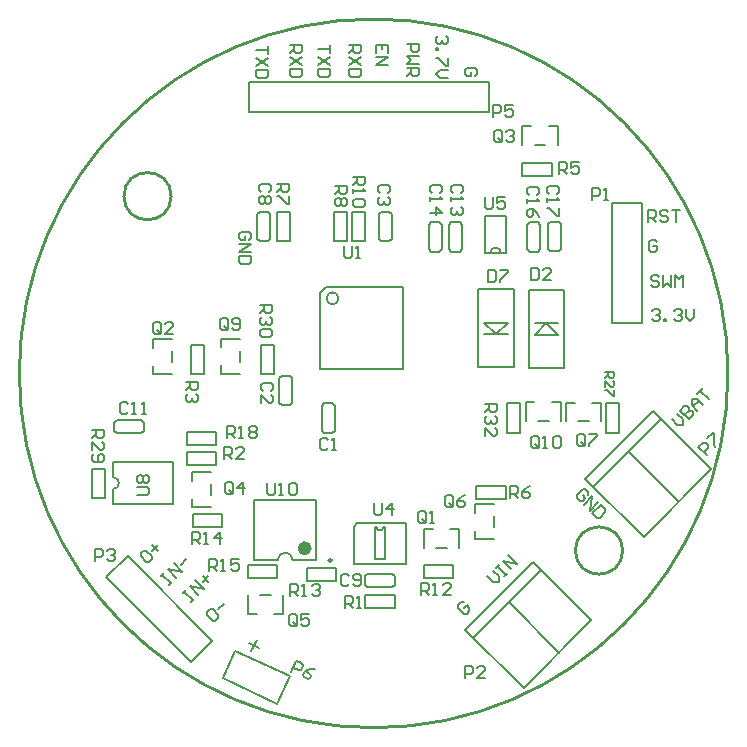
<source format=gto>
%FSLAX25Y25*%
%MOIN*%
G70*
G01*
G75*
%ADD10R,0.03937X0.02362*%
%ADD11R,0.03347X0.02756*%
%ADD12R,0.02362X0.03937*%
%ADD13R,0.07874X0.07874*%
%ADD14R,0.02756X0.03347*%
%ADD15O,0.02500X0.05500*%
%ADD16R,0.02500X0.05500*%
%ADD17O,0.03543X0.01969*%
%ADD18R,0.03543X0.01969*%
%ADD19O,0.03543X0.01969*%
%ADD20R,0.04724X0.01969*%
%ADD21O,0.00984X0.04724*%
%ADD22O,0.04724X0.00984*%
%ADD23O,0.04724X0.01772*%
%ADD24O,0.01772X0.04724*%
%ADD25R,0.04724X0.01772*%
%ADD26C,0.06000*%
%ADD27C,0.01000*%
%ADD28C,0.00800*%
%ADD29C,0.05000*%
%ADD30C,0.03000*%
%ADD31C,0.01500*%
%ADD32C,0.02000*%
%ADD33C,0.01200*%
%ADD34C,0.05906*%
%ADD35R,0.05906X0.05906*%
%ADD36P,0.08352X4X200.0*%
%ADD37C,0.06000*%
G04:AMPARAMS|DCode=38|XSize=78.74mil|YSize=118.11mil|CornerRadius=0mil|HoleSize=0mil|Usage=FLASHONLY|Rotation=45.000|XOffset=0mil|YOffset=0mil|HoleType=Round|Shape=Rectangle|*
%AMROTATEDRECTD38*
4,1,4,0.01392,-0.06960,-0.06960,0.01392,-0.01392,0.06960,0.06960,-0.01392,0.01392,-0.06960,0.0*
%
%ADD38ROTATEDRECTD38*%

G04:AMPARAMS|DCode=39|XSize=78.74mil|YSize=118.11mil|CornerRadius=0mil|HoleSize=0mil|Usage=FLASHONLY|Rotation=45.000|XOffset=0mil|YOffset=0mil|HoleType=Round|Shape=Round|*
%AMOVALD39*
21,1,0.03937,0.07874,0.00000,0.00000,135.0*
1,1,0.07874,0.01392,-0.01392*
1,1,0.07874,-0.01392,0.01392*
%
%ADD39OVALD39*%

%ADD40R,0.05906X0.05906*%
%ADD41P,0.08352X4X180.0*%
%ADD42C,0.05000*%
%ADD43C,0.02000*%
%ADD44C,0.04000*%
%ADD45C,0.03000*%
%ADD46C,0.02362*%
%ADD47C,0.00984*%
%ADD48C,0.00787*%
%ADD49C,0.00500*%
D27*
X118110Y0D02*
G03*
X118110Y0I-118110J0D01*
G01*
X-67500Y59055D02*
G03*
X-67500Y59055I-7874J0D01*
G01*
X83000Y-59055D02*
G03*
X83000Y-59055I-7874J0D01*
G01*
D28*
X919Y-51188D02*
G03*
X3281Y-51188I1181J0D01*
G01*
X3700Y-61818D02*
Y-51188D01*
X400Y-61818D02*
X3700D01*
X400D02*
Y-51188D01*
X10762Y-63393D02*
Y-50007D01*
X-6561Y-63393D02*
X10762D01*
X-6561D02*
Y-51188D01*
X-5380Y-50007D01*
X10762D01*
X3281Y-51188D02*
X3700D01*
X400D02*
X919D01*
D46*
X-21823Y-58302D02*
G03*
X-21823Y-58302I-1181J0D01*
G01*
D47*
X-14008Y-62318D02*
G03*
X-14008Y-62318I-492J0D01*
G01*
D48*
X-27000Y-62239D02*
G03*
X-32000Y-62239I-2500J0D01*
G01*
X-41500Y97200D02*
X38500D01*
X-41500Y87200D02*
Y97200D01*
Y87200D02*
X38500D01*
Y97200D01*
X-39933Y-42161D02*
X-19067D01*
X-39933Y-62239D02*
X-32000D01*
X-27000D02*
X-19067D01*
X-39933D02*
Y-42161D01*
X-19067Y-62239D02*
Y-42161D01*
X-50308Y-101592D02*
X-32182Y-110045D01*
X-27955Y-100982D01*
X-46082Y-92529D02*
X-27955Y-100982D01*
X-50308Y-101592D02*
X-46082Y-92529D01*
X79500Y56800D02*
X89500D01*
Y16800D02*
Y56800D01*
X79500Y16800D02*
Y56800D01*
Y16800D02*
X89500D01*
X-89084Y-67887D02*
X-82013Y-60816D01*
X-53729Y-89100D01*
X-89084Y-67887D02*
X-60800Y-96171D01*
X-53729Y-89100D01*
D49*
X-86900Y-38581D02*
G03*
X-86900Y-34581I0J2000D01*
G01*
X42466Y40138D02*
G03*
X38923Y40138I-1772J0D01*
G01*
X-11700Y25000D02*
G03*
X-11700Y25000I-2000J0D01*
G01*
X-73599Y-334D02*
X-67300D01*
X-73599Y11477D02*
X-67300D01*
Y3800D02*
Y7343D01*
X-73599Y-334D02*
Y2619D01*
Y8524D02*
Y11477D01*
X44435Y-19874D02*
X48765D01*
X44435Y-10031D02*
X48765D01*
X44435Y-19874D02*
Y-10031D01*
X48765Y-19874D02*
Y-10031D01*
X50631Y-15900D02*
Y-9601D01*
X62442Y-15900D02*
Y-9601D01*
X54765Y-15900D02*
X58309D01*
X50631Y-9601D02*
X53584D01*
X59490D02*
X62442D01*
X-37697Y-239D02*
X-33366D01*
X-37697Y9603D02*
X-33366D01*
X-37697Y-239D02*
Y9603D01*
X-33366Y-239D02*
Y9603D01*
X-50999Y-234D02*
X-44700D01*
X-50999Y11577D02*
X-44700D01*
Y3900D02*
Y7443D01*
X-50999Y-234D02*
Y2719D01*
Y8624D02*
Y11577D01*
X64031Y-16032D02*
Y-9732D01*
X75842Y-16032D02*
Y-9732D01*
X68165Y-16032D02*
X71709D01*
X64031Y-9732D02*
X66984D01*
X72890D02*
X75842D01*
X51695Y1882D02*
X63506D01*
Y27866D01*
X51695D02*
X63506D01*
X51695Y1882D02*
Y27866D01*
X53663Y12905D02*
X61537D01*
X53663Y16842D02*
X61537D01*
X53663Y12905D02*
X57600Y16842D01*
X61537Y12905D01*
X34894Y27961D02*
X46705D01*
X34894Y1976D02*
Y27961D01*
Y1976D02*
X46705D01*
Y27961D01*
X36863Y16937D02*
X44737D01*
X36863Y13000D02*
X44737D01*
X40800D02*
X44737Y16937D01*
X36863D02*
X40800Y13000D01*
X33832Y-55369D02*
X40132D01*
X33832Y-43558D02*
X40132D01*
Y-51235D02*
Y-47691D01*
X33832Y-55369D02*
Y-52416D01*
Y-46510D02*
Y-43558D01*
X6187Y-66835D02*
X6974Y-67622D01*
X6187Y-71165D02*
X6974Y-70378D01*
X-2868D02*
X-2081Y-71165D01*
X-2868Y-67622D02*
X-2081Y-66835D01*
X6187D01*
X-2868Y-70378D02*
Y-67622D01*
X6974Y-70378D02*
Y-67622D01*
X-2081Y-71165D02*
X6187D01*
X-7200Y44026D02*
X-2869D01*
X-7200Y53869D02*
X-2869D01*
X-7200Y44026D02*
Y53869D01*
X-2869Y44026D02*
Y53869D01*
X7074Y-78265D02*
Y-73935D01*
X-2768Y-78265D02*
Y-73935D01*
Y-78265D02*
X7074D01*
X-2768Y-73935D02*
X7074D01*
X-13100Y53874D02*
X-8769D01*
X-13100Y44032D02*
X-8769D01*
Y53874D01*
X-13100Y44032D02*
Y53874D01*
X34226Y-41865D02*
Y-37535D01*
X44069Y-41865D02*
Y-37535D01*
X34226D02*
X44069D01*
X34226Y-41865D02*
X44069D01*
X-93765Y-41574D02*
X-89435D01*
X-93765Y-31732D02*
X-89435D01*
X-93765Y-41574D02*
Y-31732D01*
X-89435Y-41574D02*
Y-31732D01*
X-77413Y-15635D02*
X-76626Y-16422D01*
X-77413Y-19965D02*
X-76626Y-19178D01*
X-86468D02*
X-85681Y-19965D01*
X-86468Y-16422D02*
X-85681Y-15635D01*
X-77413D01*
X-86468Y-19178D02*
Y-16422D01*
X-76626Y-19178D02*
Y-16422D01*
X-85681Y-19965D02*
X-77413D01*
X-86900Y-43581D02*
X-66900D01*
X-86900Y-29581D02*
X-66900D01*
Y-43581D02*
Y-29581D01*
X-86900Y-43581D02*
Y-38581D01*
Y-34581D02*
Y-29581D01*
X-52426Y-23865D02*
Y-19535D01*
X-62269Y-23865D02*
Y-19535D01*
Y-23865D02*
X-52426D01*
X-62269Y-19535D02*
X-52426D01*
Y-30465D02*
Y-26135D01*
X-62269Y-30465D02*
Y-26135D01*
Y-30465D02*
X-52426D01*
X-62269Y-26135D02*
X-52426D01*
X-30132Y-80168D02*
Y-73869D01*
X-41943Y-80168D02*
Y-73869D01*
X-37809D02*
X-34265D01*
X-33084Y-80168D02*
X-30132D01*
X-41943D02*
X-38990D01*
X73259Y-37962D02*
X95894Y-15327D01*
X70475Y-35178D02*
X93110Y-12543D01*
X89962Y-54665D02*
X112598Y-32030D01*
X93110Y-12543D02*
X112598Y-32030D01*
X70475Y-35178D02*
X89962Y-54666D01*
X85146Y-26075D02*
X101849Y-42778D01*
X49526Y65935D02*
Y70265D01*
X59368Y65935D02*
Y70265D01*
X49526D02*
X59368D01*
X49526Y65935D02*
X59368D01*
X-27922Y-10674D02*
X-27135Y-9887D01*
X-31465D02*
X-30678Y-10674D01*
X-31465Y-1619D02*
X-30678Y-831D01*
X-27922D02*
X-27135Y-1619D01*
Y-9887D02*
Y-1619D01*
X-30678Y-831D02*
X-27922D01*
X-30678Y-10674D02*
X-27922D01*
X-31465Y-9887D02*
Y-1619D01*
X1687Y53087D02*
X2475Y53874D01*
X5231D02*
X6018Y53087D01*
X5231Y44032D02*
X6018Y44819D01*
X1687D02*
X2475Y44032D01*
X1687Y44819D02*
Y53087D01*
X2475Y44032D02*
X5231D01*
X2475Y53874D02*
X5231D01*
X6018Y44819D02*
Y53087D01*
X-38731Y53118D02*
X-37943Y53905D01*
X-35187D02*
X-34400Y53118D01*
X-35187Y44063D02*
X-34400Y44850D01*
X-38731D02*
X-37943Y44063D01*
X-38731Y44850D02*
Y53118D01*
X-37943Y44063D02*
X-35187D01*
X-37943Y53905D02*
X-35187D01*
X-34400Y44850D02*
Y53118D01*
X-32265Y53874D02*
X-27935D01*
X-32265Y44032D02*
X-27935D01*
Y53874D01*
X-32265Y44032D02*
Y53874D01*
X21878Y40526D02*
X22665Y41313D01*
X18335D02*
X19122Y40526D01*
X18335Y49581D02*
X19122Y50368D01*
X21878D02*
X22665Y49581D01*
Y41313D02*
Y49581D01*
X19122Y50368D02*
X21878D01*
X19122Y40526D02*
X21878D01*
X18335Y41313D02*
Y49581D01*
X25135Y49587D02*
X25922Y50374D01*
X28678D02*
X29465Y49587D01*
X28678Y40532D02*
X29465Y41319D01*
X25135D02*
X25922Y40532D01*
X25135Y41319D02*
Y49587D01*
X25922Y40532D02*
X28678D01*
X25922Y50374D02*
X28678D01*
X29465Y41319D02*
Y49587D01*
X44238Y40138D02*
Y52342D01*
X37151Y40138D02*
X44238D01*
X37151Y52342D02*
X44238D01*
X37151Y40138D02*
Y52342D01*
X54778Y40526D02*
X55565Y41313D01*
X51235D02*
X52022Y40526D01*
X51235Y49581D02*
X52022Y50368D01*
X54778D02*
X55565Y49581D01*
Y41313D02*
Y49581D01*
X52022Y50368D02*
X54778D01*
X52022Y40526D02*
X54778D01*
X51235Y41313D02*
Y49581D01*
X58135Y49687D02*
X58922Y50474D01*
X61678D02*
X62465Y49687D01*
X61678Y40631D02*
X62465Y41419D01*
X58135D02*
X58922Y40631D01*
X58135Y41419D02*
Y49687D01*
X58922Y40631D02*
X61678D01*
X58922Y50474D02*
X61678D01*
X62465Y41419D02*
Y49687D01*
X77535Y-10026D02*
X81865D01*
X77535Y-19869D02*
X81865D01*
Y-10026D01*
X77535Y-19869D02*
Y-10026D01*
X16732Y-58232D02*
Y-51932D01*
X28543Y-58232D02*
Y-51932D01*
X20865Y-58232D02*
X24409D01*
X16732Y-51932D02*
X19684D01*
X25590D02*
X28543D01*
X45146Y-76375D02*
X61849Y-93078D01*
X30475Y-85478D02*
X49962Y-104966D01*
X53110Y-62843D02*
X72597Y-82330D01*
X49962Y-104965D02*
X72597Y-82330D01*
X30475Y-85478D02*
X53110Y-62843D01*
X33259Y-88262D02*
X55894Y-65627D01*
X26574Y-68265D02*
Y-63935D01*
X16732Y-68265D02*
Y-63935D01*
Y-68265D02*
X26574D01*
X16732Y-63935D02*
X26574D01*
X-22374Y-69065D02*
Y-64735D01*
X-12531Y-69065D02*
Y-64735D01*
X-22374D02*
X-12531D01*
X-22374Y-69065D02*
X-12531D01*
X-41974Y-68265D02*
Y-63935D01*
X-32131Y-68265D02*
Y-63935D01*
X-41974D02*
X-32131D01*
X-41974Y-68265D02*
X-32131D01*
X-60274Y-51365D02*
Y-47035D01*
X-50432Y-51365D02*
Y-47035D01*
X-60274D02*
X-50432D01*
X-60274Y-51365D02*
X-50432D01*
X-60568Y-44668D02*
X-54268D01*
X-60568Y-32857D02*
X-54268D01*
Y-40535D02*
Y-36991D01*
X-60568Y-44668D02*
Y-41716D01*
Y-35810D02*
Y-32857D01*
X9796Y1362D02*
Y28921D01*
X-17763Y1362D02*
X9796D01*
X-17763D02*
Y26953D01*
X-17763Y26953D02*
X-15794Y28921D01*
X-15795D02*
X9796D01*
X49531Y76269D02*
Y82568D01*
X61343Y76269D02*
Y82568D01*
X53665Y76269D02*
X57209D01*
X49531Y82568D02*
X52484D01*
X58390D02*
X61343D01*
X-13822Y-19874D02*
X-13035Y-19087D01*
X-17365D02*
X-16578Y-19874D01*
X-17365Y-10819D02*
X-16578Y-10031D01*
X-13822D02*
X-13035Y-10819D01*
Y-19087D02*
Y-10819D01*
X-16578Y-10031D02*
X-13822D01*
X-16578Y-19874D02*
X-13822D01*
X-17365Y-19087D02*
Y-10819D01*
X-60897Y-239D02*
X-56566D01*
X-60897Y9603D02*
X-56566D01*
X-60897Y-239D02*
Y9603D01*
X-56566Y-239D02*
Y9603D01*
X-15334Y-22068D02*
X-16001Y-21401D01*
X-17334D01*
X-18000Y-22068D01*
Y-24734D01*
X-17334Y-25400D01*
X-16001D01*
X-15334Y-24734D01*
X-14001Y-25400D02*
X-12668D01*
X-13335D01*
Y-21401D01*
X-14001Y-22068D01*
X29032Y60134D02*
X29699Y60801D01*
Y62134D01*
X29032Y62800D01*
X26366D01*
X25700Y62134D01*
Y60801D01*
X26366Y60134D01*
X25700Y58801D02*
Y57468D01*
Y58135D01*
X29699D01*
X29032Y58801D01*
Y55469D02*
X29699Y54803D01*
Y53470D01*
X29032Y52803D01*
X28366D01*
X27699Y53470D01*
Y54136D01*
Y53470D01*
X27033Y52803D01*
X26366D01*
X25700Y53470D01*
Y54803D01*
X26366Y55469D01*
X61032Y59834D02*
X61699Y60501D01*
Y61834D01*
X61032Y62500D01*
X58366D01*
X57700Y61834D01*
Y60501D01*
X58366Y59834D01*
X57700Y58501D02*
Y57168D01*
Y57835D01*
X61699D01*
X61032Y58501D01*
X61699Y55169D02*
Y52503D01*
X61032D01*
X58366Y55169D01*
X57700D01*
X-34768Y60334D02*
X-34101Y61001D01*
Y62334D01*
X-34768Y63000D01*
X-37434D01*
X-38100Y62334D01*
Y61001D01*
X-37434Y60334D01*
X-34768Y59001D02*
X-34101Y58335D01*
Y57002D01*
X-34768Y56336D01*
X-35434D01*
X-36101Y57002D01*
X-36767Y56336D01*
X-37434D01*
X-38100Y57002D01*
Y58335D01*
X-37434Y59001D01*
X-36767D01*
X-36101Y58335D01*
X-35434Y59001D01*
X-34768D01*
X-36101Y58335D02*
Y57002D01*
X54432Y59434D02*
X55099Y60101D01*
Y61434D01*
X54432Y62100D01*
X51766D01*
X51100Y61434D01*
Y60101D01*
X51766Y59434D01*
X51100Y58101D02*
Y56768D01*
Y57435D01*
X55099D01*
X54432Y58101D01*
X55099Y52103D02*
X54432Y53436D01*
X53099Y54769D01*
X51766D01*
X51100Y54103D01*
Y52770D01*
X51766Y52103D01*
X52433D01*
X53099Y52770D01*
Y54769D01*
X22132Y60034D02*
X22799Y60701D01*
Y62034D01*
X22132Y62700D01*
X19466D01*
X18800Y62034D01*
Y60701D01*
X19466Y60034D01*
X18800Y58701D02*
Y57368D01*
Y58035D01*
X22799D01*
X22132Y58701D01*
X18800Y53370D02*
X22799D01*
X20799Y55369D01*
Y52703D01*
X-92800Y-62600D02*
Y-58601D01*
X-90801D01*
X-90134Y-59268D01*
Y-60601D01*
X-90801Y-61267D01*
X-92800D01*
X-88801Y-59268D02*
X-88135Y-58601D01*
X-86802D01*
X-86136Y-59268D01*
Y-59934D01*
X-86802Y-60601D01*
X-87468D01*
X-86802D01*
X-86136Y-61267D01*
Y-61934D01*
X-86802Y-62600D01*
X-88135D01*
X-88801Y-61934D01*
X-54900Y-65800D02*
Y-61801D01*
X-52901D01*
X-52234Y-62468D01*
Y-63801D01*
X-52901Y-64467D01*
X-54900D01*
X-53567D02*
X-52234Y-65800D01*
X-50901D02*
X-49568D01*
X-50235D01*
Y-61801D01*
X-50901Y-62468D01*
X-44903Y-61801D02*
X-47569D01*
Y-63801D01*
X-46236Y-63134D01*
X-45570D01*
X-44903Y-63801D01*
Y-65134D01*
X-45570Y-65800D01*
X-46903D01*
X-47569Y-65134D01*
X-28000Y-74300D02*
Y-70301D01*
X-26001D01*
X-25334Y-70968D01*
Y-72301D01*
X-26001Y-72967D01*
X-28000D01*
X-26667D02*
X-25334Y-74300D01*
X-24001D02*
X-22668D01*
X-23335D01*
Y-70301D01*
X-24001Y-70968D01*
X-20669D02*
X-20003Y-70301D01*
X-18670D01*
X-18003Y-70968D01*
Y-71634D01*
X-18670Y-72301D01*
X-19336D01*
X-18670D01*
X-18003Y-72967D01*
Y-73634D01*
X-18670Y-74300D01*
X-20003D01*
X-20669Y-73634D01*
X15800Y-74000D02*
Y-70001D01*
X17799D01*
X18466Y-70668D01*
Y-72001D01*
X17799Y-72667D01*
X15800D01*
X17133D02*
X18466Y-74000D01*
X19799D02*
X21132D01*
X20465D01*
Y-70001D01*
X19799Y-70668D01*
X25797Y-74000D02*
X23131D01*
X25797Y-71334D01*
Y-70668D01*
X25130Y-70001D01*
X23797D01*
X23131Y-70668D01*
X-60500Y-56800D02*
Y-52801D01*
X-58501D01*
X-57834Y-53468D01*
Y-54801D01*
X-58501Y-55467D01*
X-60500D01*
X-59167D02*
X-57834Y-56800D01*
X-56501D02*
X-55168D01*
X-55835D01*
Y-52801D01*
X-56501Y-53468D01*
X-51170Y-56800D02*
Y-52801D01*
X-53169Y-54801D01*
X-50503D01*
X-32300Y63100D02*
X-28301D01*
Y61101D01*
X-28968Y60434D01*
X-30301D01*
X-30967Y61101D01*
Y63100D01*
Y61767D02*
X-32300Y60434D01*
X-28301Y59101D02*
Y56436D01*
X-28968D01*
X-31634Y59101D01*
X-32300D01*
X-10000Y42599D02*
Y39266D01*
X-9334Y38600D01*
X-8001D01*
X-7334Y39266D01*
Y42599D01*
X-6001Y38600D02*
X-4668D01*
X-5335D01*
Y42599D01*
X-6001Y41932D01*
X-70866Y13801D02*
Y16467D01*
X-71532Y17133D01*
X-72865D01*
X-73532Y16467D01*
Y13801D01*
X-72865Y13135D01*
X-71532D01*
X-72199Y14468D02*
X-70866Y13135D01*
X-71532D02*
X-70866Y13801D01*
X-66867Y13135D02*
X-69533D01*
X-66867Y15800D01*
Y16467D01*
X-67533Y17133D01*
X-68866D01*
X-69533Y16467D01*
X-46934Y-39534D02*
Y-36868D01*
X-47601Y-36201D01*
X-48934D01*
X-49600Y-36868D01*
Y-39534D01*
X-48934Y-40200D01*
X-47601D01*
X-48267Y-38867D02*
X-46934Y-40200D01*
X-47601D02*
X-46934Y-39534D01*
X-43602Y-40200D02*
Y-36201D01*
X-45601Y-38201D01*
X-42935D01*
X17466Y-49334D02*
Y-46668D01*
X16799Y-46001D01*
X15466D01*
X14800Y-46668D01*
Y-49334D01*
X15466Y-50000D01*
X16799D01*
X16133Y-48667D02*
X17466Y-50000D01*
X16799D02*
X17466Y-49334D01*
X18799Y-50000D02*
X20132D01*
X19465D01*
Y-46001D01*
X18799Y-46668D01*
X0Y-43301D02*
Y-46634D01*
X667Y-47300D01*
X1999D01*
X2666Y-46634D01*
Y-43301D01*
X5998Y-47300D02*
Y-43301D01*
X3999Y-45301D01*
X6664D01*
X37100Y58799D02*
Y55466D01*
X37766Y54800D01*
X39099D01*
X39766Y55466D01*
Y58799D01*
X43764D02*
X41099D01*
Y56799D01*
X42432Y57466D01*
X43098D01*
X43764Y56799D01*
Y55466D01*
X43098Y54800D01*
X41765D01*
X41099Y55466D01*
X72900Y57800D02*
Y61799D01*
X74899D01*
X75566Y61132D01*
Y59799D01*
X74899Y59133D01*
X72900D01*
X76899Y57800D02*
X78232D01*
X77565D01*
Y61799D01*
X76899Y61132D01*
X30500Y-101600D02*
Y-97601D01*
X32499D01*
X33166Y-98268D01*
Y-99601D01*
X32499Y-100267D01*
X30500D01*
X37165Y-101600D02*
X34499D01*
X37165Y-98934D01*
Y-98268D01*
X36498Y-97601D01*
X35165D01*
X34499Y-98268D01*
X42766Y77866D02*
Y80532D01*
X42099Y81199D01*
X40766D01*
X40100Y80532D01*
Y77866D01*
X40766Y77200D01*
X42099D01*
X41433Y78533D02*
X42766Y77200D01*
X42099D02*
X42766Y77866D01*
X44099Y80532D02*
X44765Y81199D01*
X46098D01*
X46764Y80532D01*
Y79866D01*
X46098Y79199D01*
X45432D01*
X46098D01*
X46764Y78533D01*
Y77866D01*
X46098Y77200D01*
X44765D01*
X44099Y77866D01*
X77200Y500D02*
X80199D01*
Y-1000D01*
X79699Y-1499D01*
X78699D01*
X78200Y-1000D01*
Y500D01*
Y-500D02*
X77200Y-1499D01*
Y-4498D02*
Y-2499D01*
X79199Y-4498D01*
X79699D01*
X80199Y-3999D01*
Y-2999D01*
X79699Y-2499D01*
X80199Y-5498D02*
Y-7497D01*
X79699D01*
X77700Y-5498D01*
X77200D01*
X52450Y35149D02*
Y31150D01*
X54449D01*
X55116Y31816D01*
Y34482D01*
X54449Y35149D01*
X52450D01*
X59114Y31150D02*
X56449D01*
X59114Y33816D01*
Y34482D01*
X58448Y35149D01*
X57115D01*
X56449Y34482D01*
X38000Y34299D02*
Y30300D01*
X39999D01*
X40666Y30966D01*
Y33632D01*
X39999Y34299D01*
X38000D01*
X41999D02*
X44664D01*
Y33632D01*
X41999Y30966D01*
Y30300D01*
X39900Y85500D02*
Y89499D01*
X41899D01*
X42566Y88832D01*
Y87499D01*
X41899Y86833D01*
X39900D01*
X46564Y89499D02*
X43899D01*
Y87499D01*
X45232Y88166D01*
X45898D01*
X46564Y87499D01*
Y86166D01*
X45898Y85500D01*
X44565D01*
X43899Y86166D01*
X-27400Y-99400D02*
X-25710Y-95776D01*
X-23898Y-96621D01*
X-23576Y-97507D01*
X-24139Y-98715D01*
X-25025Y-99037D01*
X-26837Y-98192D01*
X-19670Y-98593D02*
X-21160Y-98633D01*
X-22931Y-99278D01*
X-23494Y-100486D01*
X-23172Y-101372D01*
X-21964Y-101935D01*
X-21078Y-101612D01*
X-20797Y-101008D01*
X-21119Y-100123D01*
X-22931Y-99278D01*
X26566Y-44034D02*
Y-41368D01*
X25899Y-40701D01*
X24566D01*
X23900Y-41368D01*
Y-44034D01*
X24566Y-44700D01*
X25899D01*
X25233Y-43367D02*
X26566Y-44700D01*
X25899D02*
X26566Y-44034D01*
X30564Y-40701D02*
X29232Y-41368D01*
X27899Y-42701D01*
Y-44034D01*
X28565Y-44700D01*
X29898D01*
X30564Y-44034D01*
Y-43367D01*
X29898Y-42701D01*
X27899D01*
X70466Y-23633D02*
Y-20968D01*
X69799Y-20301D01*
X68466D01*
X67800Y-20968D01*
Y-23633D01*
X68466Y-24300D01*
X69799D01*
X69133Y-22967D02*
X70466Y-24300D01*
X69799D02*
X70466Y-23633D01*
X71799Y-20301D02*
X74464D01*
Y-20968D01*
X71799Y-23633D01*
Y-24300D01*
X-48634Y15067D02*
Y17732D01*
X-49301Y18399D01*
X-50634D01*
X-51300Y17732D01*
Y15067D01*
X-50634Y14400D01*
X-49301D01*
X-49967Y15733D02*
X-48634Y14400D01*
X-49301D02*
X-48634Y15067D01*
X-47301D02*
X-46635Y14400D01*
X-45302D01*
X-44635Y15067D01*
Y17732D01*
X-45302Y18399D01*
X-46635D01*
X-47301Y17732D01*
Y17066D01*
X-46635Y16399D01*
X-44635D01*
X54966Y-24234D02*
Y-21568D01*
X54299Y-20901D01*
X52966D01*
X52300Y-21568D01*
Y-24234D01*
X52966Y-24900D01*
X54299D01*
X53633Y-23567D02*
X54966Y-24900D01*
X54299D02*
X54966Y-24234D01*
X56299Y-24900D02*
X57632D01*
X56965D01*
Y-20901D01*
X56299Y-21568D01*
X59631D02*
X60297Y-20901D01*
X61630D01*
X62297Y-21568D01*
Y-24234D01*
X61630Y-24900D01*
X60297D01*
X59631Y-24234D01*
Y-21568D01*
X-37800Y22800D02*
X-33801D01*
Y20801D01*
X-34468Y20134D01*
X-35801D01*
X-36467Y20801D01*
Y22800D01*
Y21467D02*
X-37800Y20134D01*
X-34468Y18801D02*
X-33801Y18135D01*
Y16802D01*
X-34468Y16136D01*
X-35134D01*
X-35801Y16802D01*
Y17468D01*
Y16802D01*
X-36467Y16136D01*
X-37134D01*
X-37800Y16802D01*
Y18135D01*
X-37134Y18801D01*
X-34468Y14803D02*
X-33801Y14136D01*
Y12803D01*
X-34468Y12137D01*
X-37134D01*
X-37800Y12803D01*
Y14136D01*
X-37134Y14803D01*
X-34468D01*
X37100Y-10100D02*
X41099D01*
Y-12099D01*
X40432Y-12766D01*
X39099D01*
X38433Y-12099D01*
Y-10100D01*
Y-11433D02*
X37100Y-12766D01*
X40432Y-14099D02*
X41099Y-14765D01*
Y-16098D01*
X40432Y-16765D01*
X39766D01*
X39099Y-16098D01*
Y-15432D01*
Y-16098D01*
X38433Y-16765D01*
X37766D01*
X37100Y-16098D01*
Y-14765D01*
X37766Y-14099D01*
X37100Y-20763D02*
Y-18097D01*
X39766Y-20763D01*
X40432D01*
X41099Y-20097D01*
Y-18764D01*
X40432Y-18097D01*
X-35700Y-36401D02*
Y-39734D01*
X-35034Y-40400D01*
X-33701D01*
X-33034Y-39734D01*
Y-36401D01*
X-31701Y-40400D02*
X-30368D01*
X-31035D01*
Y-36401D01*
X-31701Y-37068D01*
X-28369D02*
X-27703Y-36401D01*
X-26370D01*
X-25703Y-37068D01*
Y-39734D01*
X-26370Y-40400D01*
X-27703D01*
X-28369Y-39734D01*
Y-37068D01*
X-8234Y-67568D02*
X-8901Y-66901D01*
X-10233D01*
X-10900Y-67568D01*
Y-70234D01*
X-10233Y-70900D01*
X-8901D01*
X-8234Y-70234D01*
X-6901D02*
X-6235Y-70900D01*
X-4902D01*
X-4236Y-70234D01*
Y-67568D01*
X-4902Y-66901D01*
X-6235D01*
X-6901Y-67568D01*
Y-68234D01*
X-6235Y-68901D01*
X-4236D01*
X-81934Y-10168D02*
X-82601Y-9501D01*
X-83934D01*
X-84600Y-10168D01*
Y-12833D01*
X-83934Y-13500D01*
X-82601D01*
X-81934Y-12833D01*
X-80601Y-13500D02*
X-79268D01*
X-79935D01*
Y-9501D01*
X-80601Y-10168D01*
X-77269Y-13500D02*
X-75936D01*
X-76603D01*
Y-9501D01*
X-77269Y-10168D01*
X-9700Y-78100D02*
Y-74101D01*
X-7701D01*
X-7034Y-74768D01*
Y-76101D01*
X-7701Y-76767D01*
X-9700D01*
X-8367D02*
X-7034Y-78100D01*
X-5701D02*
X-4368D01*
X-5035D01*
Y-74101D01*
X-5701Y-74768D01*
X-49800Y-28400D02*
Y-24401D01*
X-47801D01*
X-47134Y-25068D01*
Y-26401D01*
X-47801Y-27067D01*
X-49800D01*
X-48467D02*
X-47134Y-28400D01*
X-43135D02*
X-45801D01*
X-43135Y-25734D01*
Y-25068D01*
X-43802Y-24401D01*
X-45135D01*
X-45801Y-25068D01*
X45300Y-41600D02*
Y-37601D01*
X47299D01*
X47966Y-38268D01*
Y-39601D01*
X47299Y-40267D01*
X45300D01*
X46633D02*
X47966Y-41600D01*
X51964Y-37601D02*
X50632Y-38268D01*
X49299Y-39601D01*
Y-40934D01*
X49965Y-41600D01*
X51298D01*
X51964Y-40934D01*
Y-40267D01*
X51298Y-39601D01*
X49299D01*
X-12800Y62600D02*
X-8801D01*
Y60601D01*
X-9468Y59934D01*
X-10801D01*
X-11467Y60601D01*
Y62600D01*
Y61267D02*
X-12800Y59934D01*
X-9468Y58601D02*
X-8801Y57935D01*
Y56602D01*
X-9468Y55936D01*
X-10134D01*
X-10801Y56602D01*
X-11467Y55936D01*
X-12133D01*
X-12800Y56602D01*
Y57935D01*
X-12133Y58601D01*
X-11467D01*
X-10801Y57935D01*
X-10134Y58601D01*
X-9468D01*
X-10801Y57935D02*
Y56602D01*
X-6800Y65400D02*
X-2801D01*
Y63401D01*
X-3468Y62734D01*
X-4801D01*
X-5467Y63401D01*
Y65400D01*
Y64067D02*
X-6800Y62734D01*
Y61401D02*
Y60068D01*
Y60735D01*
X-2801D01*
X-3468Y61401D01*
Y58069D02*
X-2801Y57403D01*
Y56070D01*
X-3468Y55403D01*
X-6134D01*
X-6800Y56070D01*
Y57403D01*
X-6134Y58069D01*
X-3468D01*
X-49000Y-21600D02*
Y-17601D01*
X-47001D01*
X-46334Y-18268D01*
Y-19601D01*
X-47001Y-20267D01*
X-49000D01*
X-47667D02*
X-46334Y-21600D01*
X-45001D02*
X-43668D01*
X-44335D01*
Y-17601D01*
X-45001Y-18268D01*
X-41669D02*
X-41003Y-17601D01*
X-39670D01*
X-39003Y-18268D01*
Y-18934D01*
X-39670Y-19601D01*
X-39003Y-20267D01*
Y-20933D01*
X-39670Y-21600D01*
X-41003D01*
X-41669Y-20933D01*
Y-20267D01*
X-41003Y-19601D01*
X-41669Y-18934D01*
Y-18268D01*
X-41003Y-19601D02*
X-39670D01*
X-93900Y-18800D02*
X-89901D01*
Y-20799D01*
X-90568Y-21466D01*
X-91901D01*
X-92567Y-20799D01*
Y-18800D01*
Y-20133D02*
X-93900Y-21466D01*
Y-25464D02*
Y-22799D01*
X-91234Y-25464D01*
X-90568D01*
X-89901Y-24798D01*
Y-23465D01*
X-90568Y-22799D01*
X-93234Y-26797D02*
X-93900Y-27464D01*
Y-28797D01*
X-93234Y-29463D01*
X-90568D01*
X-89901Y-28797D01*
Y-27464D01*
X-90568Y-26797D01*
X-91234D01*
X-91901Y-27464D01*
Y-29463D01*
X-78899Y-40500D02*
X-75566D01*
X-74900Y-39834D01*
Y-38501D01*
X-75566Y-37834D01*
X-78899D01*
X-78232Y-36501D02*
X-78899Y-35835D01*
Y-34502D01*
X-78232Y-33836D01*
X-77566D01*
X-76899Y-34502D01*
X-76233Y-33836D01*
X-75566D01*
X-74900Y-34502D01*
Y-35835D01*
X-75566Y-36501D01*
X-76233D01*
X-76899Y-35835D01*
X-77566Y-36501D01*
X-78232D01*
X-76899Y-35835D02*
Y-34502D01*
X-25634Y-83534D02*
Y-80868D01*
X-26301Y-80201D01*
X-27634D01*
X-28300Y-80868D01*
Y-83534D01*
X-27634Y-84200D01*
X-26301D01*
X-26967Y-82867D02*
X-25634Y-84200D01*
X-26301D02*
X-25634Y-83534D01*
X-21635Y-80201D02*
X-24301D01*
Y-82201D01*
X-22968Y-81534D01*
X-22302D01*
X-21635Y-82201D01*
Y-83534D01*
X-22302Y-84200D01*
X-23635D01*
X-24301Y-83534D01*
X111100Y-27300D02*
X108273Y-24473D01*
X109686Y-23059D01*
X110629D01*
X111571Y-24001D01*
Y-24944D01*
X110158Y-26357D01*
X111100Y-21645D02*
X112985Y-19760D01*
X113456Y-20231D01*
Y-24001D01*
X113927Y-24473D01*
X61700Y66300D02*
Y70299D01*
X63699D01*
X64366Y69632D01*
Y68299D01*
X63699Y67633D01*
X61700D01*
X63033D02*
X64366Y66300D01*
X68365Y70299D02*
X65699D01*
Y68299D01*
X67032Y68966D01*
X67698D01*
X68365Y68299D01*
Y66966D01*
X67698Y66300D01*
X66365D01*
X65699Y66966D01*
X-34268Y-5766D02*
X-33601Y-5099D01*
Y-3766D01*
X-34268Y-3100D01*
X-36934D01*
X-37600Y-3766D01*
Y-5099D01*
X-36934Y-5766D01*
X-37600Y-9764D02*
Y-7099D01*
X-34934Y-9764D01*
X-34268D01*
X-33601Y-9098D01*
Y-7765D01*
X-34268Y-7099D01*
X4932Y60134D02*
X5599Y60801D01*
Y62134D01*
X4932Y62800D01*
X2266D01*
X1600Y62134D01*
Y60801D01*
X2266Y60134D01*
X4932Y58801D02*
X5599Y58135D01*
Y56802D01*
X4932Y56135D01*
X4266D01*
X3599Y56802D01*
Y57468D01*
Y56802D01*
X2933Y56135D01*
X2266D01*
X1600Y56802D01*
Y58135D01*
X2266Y58801D01*
X-62500Y-3000D02*
X-58501D01*
Y-4999D01*
X-59168Y-5666D01*
X-60501D01*
X-61167Y-4999D01*
Y-3000D01*
Y-4333D02*
X-62500Y-5666D01*
X-59168Y-6999D02*
X-58501Y-7665D01*
Y-8998D01*
X-59168Y-9664D01*
X-59834D01*
X-60501Y-8998D01*
Y-8332D01*
Y-8998D01*
X-61167Y-9664D01*
X-61834D01*
X-62500Y-8998D01*
Y-7665D01*
X-61834Y-6999D01*
X-41468Y44534D02*
X-40801Y45201D01*
Y46534D01*
X-41468Y47200D01*
X-44134D01*
X-44800Y46534D01*
Y45201D01*
X-44134Y44534D01*
X-42801D01*
Y45867D01*
X-44800Y43201D02*
X-40801D01*
X-44800Y40536D01*
X-40801D01*
Y39203D02*
X-44800D01*
Y37203D01*
X-44134Y36537D01*
X-41468D01*
X-40801Y37203D01*
Y39203D01*
X-70928Y-67572D02*
X-69985Y-66630D01*
X-70456Y-67101D01*
X-67629Y-69929D01*
X-68100Y-70400D01*
X-67158Y-69458D01*
X-65744Y-68044D02*
X-68571Y-65216D01*
X-63859Y-66159D01*
X-66686Y-63331D01*
X-64330Y-63802D02*
X-62445Y-61918D01*
X-63627Y-73273D02*
X-62685Y-72330D01*
X-63156Y-72801D01*
X-60329Y-75629D01*
X-60800Y-76100D01*
X-59857Y-75157D01*
X-58444Y-73744D02*
X-61271Y-70916D01*
X-56559Y-71859D01*
X-59386Y-69031D01*
X-57030Y-69503D02*
X-55145Y-67617D01*
X-57030D02*
X-55145Y-69503D01*
X-54614Y-78659D02*
X-55556Y-79601D01*
Y-80544D01*
X-53671Y-82429D01*
X-52729D01*
X-51786Y-81486D01*
Y-80544D01*
X-53671Y-78659D01*
X-54614D01*
X-51786D02*
X-49901Y-76774D01*
X-76714Y-59059D02*
X-77656Y-60001D01*
Y-60944D01*
X-75771Y-62829D01*
X-74829D01*
X-73886Y-61886D01*
Y-60944D01*
X-75771Y-59059D01*
X-76714D01*
X-73886D02*
X-72001Y-57174D01*
X-73886Y-57174D02*
X-72001Y-59059D01*
X-38067Y-91418D02*
X-41691Y-89728D01*
X-40724Y-92385D02*
X-39035Y-88761D01*
X37872Y-67672D02*
X39757Y-69557D01*
X41642D01*
Y-67672D01*
X39757Y-65788D01*
X40700Y-64845D02*
X41642Y-63902D01*
X41171Y-64374D01*
X43999Y-67201D01*
X43527Y-67672D01*
X44470Y-66730D01*
X45884Y-65316D02*
X43056Y-62489D01*
X47769Y-63431D01*
X44941Y-60604D01*
X30029Y-76359D02*
X29086D01*
X28144Y-77301D01*
Y-78244D01*
X30029Y-80129D01*
X30971D01*
X31914Y-79186D01*
Y-78244D01*
X30971Y-77301D01*
X30029Y-78244D01*
X99373Y-15272D02*
X101258Y-17157D01*
X103142D01*
Y-15272D01*
X101258Y-13387D01*
X102200Y-12445D02*
X105027Y-15272D01*
X106441Y-13859D01*
Y-12916D01*
X105970Y-12445D01*
X105027D01*
X103614Y-13859D01*
X105027Y-12445D01*
Y-11502D01*
X104556Y-11031D01*
X103614D01*
X102200Y-12445D01*
X107855D02*
X105970Y-10560D01*
Y-8675D01*
X107855Y-8675D01*
X109740Y-10560D01*
X108326Y-9146D01*
X106441Y-11031D01*
X107855Y-6790D02*
X109740Y-4905D01*
X108798Y-5847D01*
X111625Y-8675D01*
X71541Y-40529D02*
Y-39586D01*
X70599Y-38644D01*
X69656D01*
X67771Y-40529D01*
Y-41471D01*
X68714Y-42414D01*
X69656D01*
X70599Y-41471D01*
X69656Y-40529D01*
X70127Y-43828D02*
X72955Y-41000D01*
X72013Y-45713D01*
X74840Y-42885D01*
X75783Y-43828D02*
X72955Y-46655D01*
X74369Y-48069D01*
X75311D01*
X77196Y-46184D01*
Y-45241D01*
X75783Y-43828D01*
X91600Y50600D02*
Y54599D01*
X93599D01*
X94266Y53932D01*
Y52599D01*
X93599Y51933D01*
X91600D01*
X92933D02*
X94266Y50600D01*
X98264Y53932D02*
X97598Y54599D01*
X96265D01*
X95599Y53932D01*
Y53266D01*
X96265Y52599D01*
X97598D01*
X98264Y51933D01*
Y51266D01*
X97598Y50600D01*
X96265D01*
X95599Y51266D01*
X99597Y54599D02*
X102263D01*
X100930D01*
Y50600D01*
X94466Y43732D02*
X93799Y44399D01*
X92466D01*
X91800Y43732D01*
Y41066D01*
X92466Y40400D01*
X93799D01*
X94466Y41066D01*
Y42399D01*
X93133D01*
X95066Y32232D02*
X94399Y32899D01*
X93066D01*
X92400Y32232D01*
Y31566D01*
X93066Y30899D01*
X94399D01*
X95066Y30233D01*
Y29566D01*
X94399Y28900D01*
X93066D01*
X92400Y29566D01*
X96399Y32899D02*
Y28900D01*
X97732Y30233D01*
X99064Y28900D01*
Y32899D01*
X100397Y28900D02*
Y32899D01*
X101730Y31566D01*
X103063Y32899D01*
Y28900D01*
X92900Y20632D02*
X93566Y21299D01*
X94899D01*
X95566Y20632D01*
Y19966D01*
X94899Y19299D01*
X94233D01*
X94899D01*
X95566Y18633D01*
Y17966D01*
X94899Y17300D01*
X93566D01*
X92900Y17966D01*
X96899Y17300D02*
Y17966D01*
X97565D01*
Y17300D01*
X96899D01*
X100231Y20632D02*
X100897Y21299D01*
X102230D01*
X102897Y20632D01*
Y19966D01*
X102230Y19299D01*
X101564D01*
X102230D01*
X102897Y18633D01*
Y17966D01*
X102230Y17300D01*
X100897D01*
X100231Y17966D01*
X104230Y21299D02*
Y18633D01*
X105563Y17300D01*
X106895Y18633D01*
Y21299D01*
X33832Y99134D02*
X34499Y99801D01*
Y101134D01*
X33832Y101800D01*
X31166D01*
X30500Y101134D01*
Y99801D01*
X31166Y99134D01*
X32499D01*
Y100467D01*
X24132Y112500D02*
X24799Y111834D01*
Y110501D01*
X24132Y109834D01*
X23466D01*
X22799Y110501D01*
Y111167D01*
Y110501D01*
X22133Y109834D01*
X21466D01*
X20800Y110501D01*
Y111834D01*
X21466Y112500D01*
X20800Y108501D02*
X21466D01*
Y107835D01*
X20800D01*
Y108501D01*
X24799Y105169D02*
Y102503D01*
X24132D01*
X21466Y105169D01*
X20800D01*
X24799Y101170D02*
X22133D01*
X20800Y99837D01*
X22133Y98505D01*
X24799D01*
X11000Y109700D02*
X14999D01*
Y107701D01*
X14332Y107034D01*
X12999D01*
X12333Y107701D01*
Y109700D01*
X14999Y105701D02*
X11000D01*
X12333Y104368D01*
X11000Y103035D01*
X14999D01*
X11000Y101703D02*
X14999D01*
Y99703D01*
X14332Y99037D01*
X12999D01*
X12333Y99703D01*
Y101703D01*
Y100370D02*
X11000Y99037D01*
X4899Y106734D02*
Y109400D01*
X900D01*
Y106734D01*
X2899Y109400D02*
Y108067D01*
X900Y105401D02*
X4899D01*
X900Y102735D01*
X4899D01*
X-8300Y109600D02*
X-4301D01*
Y107601D01*
X-4968Y106934D01*
X-6301D01*
X-6967Y107601D01*
Y109600D01*
Y108267D02*
X-8300Y106934D01*
X-4301Y105601D02*
X-8300Y102936D01*
X-4301D02*
X-8300Y105601D01*
X-4301Y101603D02*
X-8300D01*
Y99603D01*
X-7633Y98937D01*
X-4968D01*
X-4301Y99603D01*
Y101603D01*
X-14501Y109600D02*
Y106934D01*
Y108267D01*
X-18500D01*
X-14501Y105601D02*
X-18500Y102936D01*
X-14501D02*
X-18500Y105601D01*
X-14501Y101603D02*
X-18500D01*
Y99603D01*
X-17833Y98937D01*
X-15168D01*
X-14501Y99603D01*
Y101603D01*
X-27900Y109300D02*
X-23901D01*
Y107301D01*
X-24568Y106634D01*
X-25901D01*
X-26567Y107301D01*
Y109300D01*
Y107967D02*
X-27900Y106634D01*
X-23901Y105301D02*
X-27900Y102636D01*
X-23901D02*
X-27900Y105301D01*
X-23901Y101303D02*
X-27900D01*
Y99303D01*
X-27234Y98637D01*
X-24568D01*
X-23901Y99303D01*
Y101303D01*
X-35101Y109000D02*
Y106334D01*
Y107667D01*
X-39100D01*
X-35101Y105001D02*
X-39100Y102336D01*
X-35101D02*
X-39100Y105001D01*
X-35101Y101003D02*
X-39100D01*
Y99003D01*
X-38434Y98337D01*
X-35768D01*
X-35101Y99003D01*
Y101003D01*
M02*

</source>
